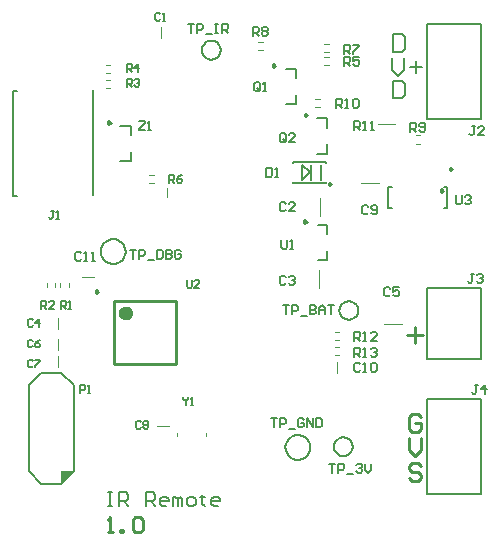
<source format=gto>
G04*
G04 #@! TF.GenerationSoftware,Altium Limited,Altium Designer,21.6.1 (37)*
G04*
G04 Layer_Color=65535*
%FSLAX25Y25*%
%MOIN*%
G70*
G04*
G04 #@! TF.SameCoordinates,5EA0F2DE-1706-4193-BDFD-DA62A5601E92*
G04*
G04*
G04 #@! TF.FilePolarity,Positive*
G04*
G01*
G75*
%ADD10C,0.00984*%
%ADD11C,0.00500*%
%ADD12C,0.00800*%
%ADD13C,0.02362*%
%ADD14C,0.00591*%
%ADD15C,0.00787*%
%ADD16C,0.00394*%
%ADD17C,0.00787*%
%ADD18C,0.01000*%
G36*
X-58905Y-72345D02*
X-58905Y-68144D01*
X-54705Y-68144D01*
X-58905Y-72345D01*
X-58905Y-72345D02*
G37*
D10*
X71332Y32549D02*
X70594Y32975D01*
X70594Y32123D01*
X71332Y32549D01*
X68486Y25397D02*
X67748Y25823D01*
X67748Y24971D01*
X68486Y25397D01*
X-42437Y48000D02*
X-43175Y48426D01*
X-43175Y47574D01*
X-42437Y48000D01*
X12392Y67000D02*
X11654Y67426D01*
X11654Y66574D01*
X12392Y67000D01*
X22892Y15000D02*
X22154Y15426D01*
X22154Y14574D01*
X22892Y15000D01*
X30985Y27500D02*
X30247Y27926D01*
X30247Y27074D01*
X30985Y27500D01*
X23063Y50500D02*
X22325Y50926D01*
X22325Y50074D01*
X23063Y50500D01*
X-46584Y-8352D02*
X-47323Y-7926D01*
X-47323Y-8779D01*
X-46584Y-8352D01*
D11*
X-5750Y72200D02*
X-5904Y73173D01*
X-6352Y74051D01*
X-7049Y74748D01*
X-7927Y75195D01*
X-8900Y75350D01*
X-9873Y75195D01*
X-10751Y74748D01*
X-11448Y74051D01*
X-11896Y73173D01*
X-12050Y72200D01*
X-11896Y71227D01*
X-11448Y70349D01*
X-10751Y69652D01*
X-9873Y69204D01*
X-8900Y69050D01*
X-7927Y69204D01*
X-7049Y69652D01*
X-6352Y70349D01*
X-5904Y71227D01*
X-5750Y72200D01*
X38250Y-60000D02*
X38096Y-59027D01*
X37648Y-58149D01*
X36951Y-57452D01*
X36073Y-57004D01*
X35100Y-56850D01*
X34127Y-57004D01*
X33249Y-57452D01*
X32552Y-58149D01*
X32105Y-59027D01*
X31950Y-60000D01*
X32105Y-60973D01*
X32552Y-61851D01*
X33249Y-62548D01*
X34127Y-62995D01*
X35100Y-63150D01*
X36073Y-62995D01*
X36951Y-62548D01*
X37648Y-61851D01*
X38096Y-60973D01*
X38250Y-60000D01*
X40150Y-14600D02*
X39996Y-13627D01*
X39548Y-12749D01*
X38851Y-12052D01*
X37973Y-11604D01*
X37000Y-11450D01*
X36027Y-11604D01*
X35149Y-12052D01*
X34452Y-12749D01*
X34005Y-13627D01*
X33850Y-14600D01*
X34005Y-15573D01*
X34452Y-16451D01*
X35149Y-17148D01*
X36027Y-17595D01*
X37000Y-17750D01*
X37973Y-17595D01*
X38851Y-17148D01*
X39548Y-16451D01*
X39996Y-15573D01*
X40150Y-14600D01*
X-58905Y-72345D02*
X-54705Y-68145D01*
X-69665Y-68145D02*
X-69665Y-39538D01*
X-65465Y-72345D02*
X-58905Y-72345D01*
X-69665Y-68145D02*
X-65465Y-72345D01*
X-69665Y-39537D02*
X-65465Y-35337D01*
X-58905Y-35337D02*
X-54705Y-39537D01*
X-65465Y-35337D02*
X-58905Y-35337D01*
X-54705Y-68144D02*
X-54705Y-39537D01*
X-48164Y23827D02*
X-48164Y59063D01*
X24500Y29000D02*
X24500Y34000D01*
X21500Y29000D02*
X24000Y31500D01*
X21500Y34000D02*
X24000Y31500D01*
X21500Y29000D02*
X21500Y34000D01*
X27675Y29000D02*
X27675Y34000D01*
X29475Y28000D02*
X29475Y28300D01*
X18475Y28000D02*
X18475Y28300D01*
X18475Y28000D02*
X29475Y28000D01*
X18475Y35000D02*
X29475Y35000D01*
X29475Y34700D02*
X29475Y35000D01*
X18475Y34700D02*
X18475Y35000D01*
X72701Y23900D02*
X72701Y21400D01*
X73201Y20900D01*
X74200Y20900D01*
X74700Y21400D01*
X74700Y23900D01*
X75700Y23400D02*
X76200Y23900D01*
X77199Y23900D01*
X77699Y23400D01*
X77699Y22900D01*
X77199Y22400D01*
X76700Y22400D01*
X77199Y22400D01*
X77699Y21900D01*
X77699Y21400D01*
X77199Y20900D01*
X76200Y20900D01*
X75700Y21400D01*
X-52250Y4500D02*
X-52749Y5000D01*
X-53749Y5000D01*
X-54249Y4500D01*
X-54249Y2500D01*
X-53749Y2001D01*
X-52749Y2001D01*
X-52250Y2500D01*
X-51250Y2001D02*
X-50250Y2001D01*
X-50750Y2001D01*
X-50750Y5000D01*
X-51250Y4500D01*
X-48751Y2001D02*
X-47751Y2001D01*
X-48251Y2001D01*
X-48251Y5000D01*
X-48751Y4500D01*
X-16648Y80949D02*
X-14649Y80949D01*
X-15648Y80949D01*
X-15648Y77950D01*
X-13649Y77950D02*
X-13649Y80949D01*
X-12149Y80949D01*
X-11649Y80450D01*
X-11649Y79450D01*
X-12149Y78950D01*
X-13649Y78950D01*
X-10650Y77451D02*
X-8650Y77451D01*
X-7651Y80949D02*
X-6651Y80949D01*
X-7151Y80949D01*
X-7151Y77950D01*
X-7651Y77950D01*
X-6651Y77950D01*
X-5152Y77950D02*
X-5152Y80949D01*
X-3652Y80949D01*
X-3152Y80450D01*
X-3152Y79450D01*
X-3652Y78950D01*
X-5152Y78950D01*
X-4152Y78950D02*
X-3152Y77950D01*
X-32999Y48500D02*
X-31000Y48500D01*
X-31000Y48000D01*
X-32999Y46000D01*
X-32999Y45500D01*
X-31000Y45500D01*
X-30000Y45500D02*
X-29001Y45500D01*
X-29500Y45500D01*
X-29500Y48500D01*
X-30000Y48000D01*
X-52500Y-42000D02*
X-52500Y-39501D01*
X-51250Y-39501D01*
X-50834Y-39917D01*
X-50834Y-40750D01*
X-51250Y-41167D01*
X-52500Y-41167D01*
X-50001Y-42000D02*
X-49168Y-42000D01*
X-49584Y-42000D01*
X-49584Y-39501D01*
X-50001Y-39917D01*
X-61334Y18562D02*
X-62167Y18562D01*
X-61750Y18562D01*
X-61750Y16479D01*
X-62167Y16063D01*
X-62584Y16063D01*
X-63000Y16479D01*
X-60501Y16063D02*
X-59668Y16063D01*
X-60084Y16063D01*
X-60084Y18562D01*
X-60501Y18146D01*
X80000Y-39401D02*
X79001Y-39401D01*
X79500Y-39401D01*
X79500Y-41900D01*
X79001Y-42399D01*
X78501Y-42399D01*
X78001Y-41900D01*
X82499Y-42399D02*
X82499Y-39401D01*
X81000Y-40900D01*
X82999Y-40900D01*
X40751Y-32500D02*
X40251Y-32000D01*
X39251Y-32000D01*
X38751Y-32500D01*
X38751Y-34500D01*
X39251Y-34999D01*
X40251Y-34999D01*
X40751Y-34500D01*
X41750Y-34999D02*
X42750Y-34999D01*
X42250Y-34999D01*
X42250Y-32000D01*
X41750Y-32500D01*
X44249Y-32500D02*
X44749Y-32000D01*
X45749Y-32000D01*
X46249Y-32500D01*
X46249Y-34500D01*
X45749Y-34999D01*
X44749Y-34999D01*
X44249Y-34500D01*
X44249Y-32500D01*
X38751Y45500D02*
X38751Y48500D01*
X40251Y48500D01*
X40750Y48000D01*
X40750Y47000D01*
X40251Y46500D01*
X38751Y46500D01*
X39751Y46500D02*
X40750Y45500D01*
X41750Y45500D02*
X42750Y45500D01*
X42250Y45500D01*
X42250Y48500D01*
X41750Y48000D01*
X44249Y45500D02*
X45249Y45500D01*
X44749Y45500D01*
X44749Y48500D01*
X44249Y48000D01*
X32751Y53000D02*
X32751Y55999D01*
X34251Y55999D01*
X34751Y55500D01*
X34751Y54500D01*
X34251Y54000D01*
X32751Y54000D01*
X33751Y54000D02*
X34751Y53000D01*
X35750Y53000D02*
X36750Y53000D01*
X36250Y53000D01*
X36250Y55999D01*
X35750Y55500D01*
X38249Y55500D02*
X38749Y55999D01*
X39749Y55999D01*
X40249Y55500D01*
X40249Y53500D01*
X39749Y53000D01*
X38749Y53000D01*
X38249Y53500D01*
X38249Y55500D01*
X16000Y42000D02*
X16000Y44000D01*
X15500Y44499D01*
X14501Y44499D01*
X14001Y44000D01*
X14001Y42000D01*
X14501Y41500D01*
X15500Y41500D01*
X15000Y42500D02*
X16000Y41500D01*
X15500Y41500D02*
X16000Y42000D01*
X18999Y41500D02*
X17000Y41500D01*
X18999Y43500D01*
X18999Y44000D01*
X18499Y44499D01*
X17500Y44499D01*
X17000Y44000D01*
X9457Y33000D02*
X9457Y30000D01*
X10957Y30000D01*
X11457Y30500D01*
X11457Y32500D01*
X10957Y33000D01*
X9457Y33000D01*
X12456Y30000D02*
X13456Y30000D01*
X12956Y30000D01*
X12956Y33000D01*
X12456Y32500D01*
X43500Y20000D02*
X43000Y20500D01*
X42001Y20500D01*
X41501Y20000D01*
X41501Y18000D01*
X42001Y17501D01*
X43000Y17501D01*
X43500Y18000D01*
X44500Y18000D02*
X45000Y17501D01*
X45999Y17501D01*
X46499Y18000D01*
X46499Y20000D01*
X45999Y20500D01*
X45000Y20500D01*
X44500Y20000D01*
X44500Y19500D01*
X45000Y19000D01*
X46499Y19000D01*
X79100Y46799D02*
X78101Y46799D01*
X78600Y46799D01*
X78600Y44300D01*
X78101Y43801D01*
X77601Y43801D01*
X77101Y44300D01*
X82099Y43801D02*
X80100Y43801D01*
X82099Y45800D01*
X82099Y46300D01*
X81599Y46799D01*
X80600Y46799D01*
X80100Y46300D01*
X57401Y45000D02*
X57401Y48000D01*
X58900Y48000D01*
X59400Y47500D01*
X59400Y46500D01*
X58900Y46000D01*
X57401Y46000D01*
X58400Y46000D02*
X59400Y45000D01*
X60400Y45500D02*
X60900Y45000D01*
X61899Y45000D01*
X62399Y45500D01*
X62399Y47500D01*
X61899Y48000D01*
X60900Y48000D01*
X60400Y47500D01*
X60400Y47000D01*
X60900Y46500D01*
X62399Y46500D01*
X78600Y-2300D02*
X77601Y-2300D01*
X78100Y-2300D01*
X78100Y-4800D01*
X77601Y-5300D01*
X77101Y-5300D01*
X76601Y-4800D01*
X79600Y-2800D02*
X80100Y-2300D01*
X81099Y-2300D01*
X81599Y-2800D01*
X81599Y-3300D01*
X81099Y-3800D01*
X80599Y-3800D01*
X81099Y-3800D01*
X81599Y-4300D01*
X81599Y-4800D01*
X81099Y-5300D01*
X80100Y-5300D01*
X79600Y-4800D01*
X50799Y-7301D02*
X50300Y-6801D01*
X49300Y-6801D01*
X48800Y-7301D01*
X48800Y-9300D01*
X49300Y-9800D01*
X50300Y-9800D01*
X50799Y-9300D01*
X53798Y-6801D02*
X51799Y-6801D01*
X51799Y-8301D01*
X52799Y-7801D01*
X53299Y-7801D01*
X53798Y-8301D01*
X53798Y-9300D01*
X53299Y-9800D01*
X52299Y-9800D01*
X51799Y-9300D01*
X11003Y-50451D02*
X13002Y-50451D01*
X12002Y-50451D01*
X12002Y-53450D01*
X14002Y-53450D02*
X14002Y-50451D01*
X15501Y-50451D01*
X16001Y-50950D01*
X16001Y-51950D01*
X15501Y-52450D01*
X14002Y-52450D01*
X17001Y-53949D02*
X19000Y-53949D01*
X21999Y-50950D02*
X21499Y-50451D01*
X20500Y-50451D01*
X20000Y-50950D01*
X20000Y-52950D01*
X20500Y-53450D01*
X21499Y-53450D01*
X21999Y-52950D01*
X21999Y-51950D01*
X21000Y-51950D01*
X22999Y-53450D02*
X22999Y-50451D01*
X24998Y-53450D01*
X24998Y-50451D01*
X25998Y-50451D02*
X25998Y-53450D01*
X27497Y-53450D01*
X27997Y-52950D01*
X27997Y-50950D01*
X27497Y-50451D01*
X25998Y-50451D01*
X15003Y-12851D02*
X17002Y-12851D01*
X16002Y-12851D01*
X16002Y-15850D01*
X18002Y-15850D02*
X18002Y-12851D01*
X19501Y-12851D01*
X20001Y-13350D01*
X20001Y-14350D01*
X19501Y-14850D01*
X18002Y-14850D01*
X21001Y-16349D02*
X23000Y-16349D01*
X24000Y-12851D02*
X24000Y-15850D01*
X25499Y-15850D01*
X25999Y-15350D01*
X25999Y-14850D01*
X25499Y-14350D01*
X24000Y-14350D01*
X25499Y-14350D01*
X25999Y-13850D01*
X25999Y-13350D01*
X25499Y-12851D01*
X24000Y-12851D01*
X26999Y-15850D02*
X26999Y-13850D01*
X27999Y-12851D01*
X28998Y-13850D01*
X28998Y-15850D01*
X28998Y-14350D01*
X26999Y-14350D01*
X29998Y-12851D02*
X31997Y-12851D01*
X30998Y-12851D01*
X30998Y-15850D01*
X30502Y-65751D02*
X32502Y-65751D01*
X31502Y-65751D01*
X31502Y-68750D01*
X33501Y-68750D02*
X33501Y-65751D01*
X35001Y-65751D01*
X35501Y-66250D01*
X35501Y-67250D01*
X35001Y-67750D01*
X33501Y-67750D01*
X36500Y-69249D02*
X38500Y-69249D01*
X39499Y-66250D02*
X39999Y-65751D01*
X40999Y-65751D01*
X41499Y-66250D01*
X41499Y-66750D01*
X40999Y-67250D01*
X40499Y-67250D01*
X40999Y-67250D01*
X41499Y-67750D01*
X41499Y-68250D01*
X40999Y-68750D01*
X39999Y-68750D01*
X39499Y-68250D01*
X42498Y-65751D02*
X42498Y-67750D01*
X43498Y-68750D01*
X44498Y-67750D01*
X44498Y-65751D01*
X-36001Y5725D02*
X-34002Y5725D01*
X-35002Y5725D01*
X-35002Y2726D01*
X-33002Y2726D02*
X-33002Y5725D01*
X-31503Y5725D01*
X-31003Y5226D01*
X-31003Y4226D01*
X-31503Y3726D01*
X-33002Y3726D01*
X-30003Y2227D02*
X-28004Y2227D01*
X-27004Y5725D02*
X-27004Y2726D01*
X-25505Y2726D01*
X-25005Y3226D01*
X-25005Y5226D01*
X-25505Y5725D01*
X-27004Y5725D01*
X-24005Y5725D02*
X-24005Y2726D01*
X-22506Y2726D01*
X-22006Y3226D01*
X-22006Y3726D01*
X-22506Y4226D01*
X-24005Y4226D01*
X-22506Y4226D01*
X-22006Y4726D01*
X-22006Y5226D01*
X-22506Y5725D01*
X-24005Y5725D01*
X-19007Y5226D02*
X-19507Y5725D01*
X-20506Y5725D01*
X-21006Y5226D01*
X-21006Y3226D01*
X-20506Y2726D01*
X-19507Y2726D01*
X-19007Y3226D01*
X-19007Y4226D01*
X-20006Y4226D01*
X38829Y-29973D02*
X38829Y-26974D01*
X40328Y-26974D01*
X40828Y-27474D01*
X40828Y-28474D01*
X40328Y-28974D01*
X38829Y-28974D01*
X39829Y-28974D02*
X40828Y-29973D01*
X41828Y-29973D02*
X42828Y-29973D01*
X42328Y-29973D01*
X42328Y-26974D01*
X41828Y-27474D01*
X44327Y-27474D02*
X44827Y-26974D01*
X45827Y-26974D01*
X46326Y-27474D01*
X46326Y-27974D01*
X45827Y-28474D01*
X45327Y-28474D01*
X45827Y-28474D01*
X46326Y-28974D01*
X46326Y-29473D01*
X45827Y-29973D01*
X44827Y-29973D01*
X44327Y-29473D01*
X38759Y-24733D02*
X38759Y-21734D01*
X40259Y-21734D01*
X40759Y-22234D01*
X40759Y-23234D01*
X40259Y-23733D01*
X38759Y-23733D01*
X39759Y-23733D02*
X40759Y-24733D01*
X41759Y-24733D02*
X42758Y-24733D01*
X42258Y-24733D01*
X42258Y-21734D01*
X41759Y-22234D01*
X46257Y-24733D02*
X44258Y-24733D01*
X46257Y-22734D01*
X46257Y-22234D01*
X45757Y-21734D01*
X44758Y-21734D01*
X44258Y-22234D01*
X35501Y67001D02*
X35501Y69999D01*
X37000Y69999D01*
X37500Y69500D01*
X37500Y68500D01*
X37000Y68000D01*
X35501Y68000D01*
X36500Y68000D02*
X37500Y67001D01*
X40499Y69999D02*
X38500Y69999D01*
X38500Y68500D01*
X39500Y69000D01*
X39999Y69000D01*
X40499Y68500D01*
X40499Y67500D01*
X39999Y67001D01*
X39000Y67001D01*
X38500Y67500D01*
X14501Y8999D02*
X14501Y6500D01*
X15000Y6001D01*
X16000Y6001D01*
X16500Y6500D01*
X16500Y8999D01*
X17500Y6001D02*
X18499Y6001D01*
X18000Y6001D01*
X18000Y8999D01*
X17500Y8500D01*
X16000Y-3500D02*
X15500Y-3001D01*
X14501Y-3001D01*
X14001Y-3500D01*
X14001Y-5500D01*
X14501Y-5999D01*
X15500Y-5999D01*
X16000Y-5500D01*
X17000Y-3500D02*
X17500Y-3001D01*
X18499Y-3001D01*
X18999Y-3500D01*
X18999Y-4000D01*
X18499Y-4500D01*
X18000Y-4500D01*
X18499Y-4500D01*
X18999Y-5000D01*
X18999Y-5500D01*
X18499Y-5999D01*
X17500Y-5999D01*
X17000Y-5500D01*
X16000Y21000D02*
X15500Y21499D01*
X14501Y21499D01*
X14001Y21000D01*
X14001Y19000D01*
X14501Y18500D01*
X15500Y18500D01*
X16000Y19000D01*
X18999Y18500D02*
X17000Y18500D01*
X18999Y20500D01*
X18999Y21000D01*
X18499Y21499D01*
X17500Y21499D01*
X17000Y21000D01*
X5001Y77000D02*
X5001Y80000D01*
X6500Y80000D01*
X7000Y79500D01*
X7000Y78500D01*
X6500Y78000D01*
X5001Y78000D01*
X6001Y78000D02*
X7000Y77000D01*
X8000Y79500D02*
X8500Y80000D01*
X9499Y80000D01*
X9999Y79500D01*
X9999Y79000D01*
X9499Y78500D01*
X9999Y78000D01*
X9999Y77500D01*
X9499Y77000D01*
X8500Y77000D01*
X8000Y77500D01*
X8000Y78000D01*
X8500Y78500D01*
X8000Y79000D01*
X8000Y79500D01*
X8500Y78500D02*
X9499Y78500D01*
X35501Y71000D02*
X35501Y74000D01*
X37000Y74000D01*
X37500Y73500D01*
X37500Y72500D01*
X37000Y72000D01*
X35501Y72000D01*
X36500Y72000D02*
X37500Y71000D01*
X38500Y74000D02*
X40499Y74000D01*
X40499Y73500D01*
X38500Y71500D01*
X38500Y71000D01*
X7500Y59000D02*
X7500Y61000D01*
X7000Y61500D01*
X6001Y61500D01*
X5501Y61000D01*
X5501Y59000D01*
X6001Y58500D01*
X7000Y58500D01*
X6500Y59500D02*
X7500Y58500D01*
X7000Y58500D02*
X7500Y59000D01*
X8500Y58500D02*
X9499Y58500D01*
X8999Y58500D01*
X8999Y61500D01*
X8500Y61000D01*
X-25834Y84083D02*
X-26250Y84499D01*
X-27084Y84499D01*
X-27500Y84083D01*
X-27500Y82416D01*
X-27084Y82000D01*
X-26250Y82000D01*
X-25834Y82416D01*
X-25001Y82000D02*
X-24168Y82000D01*
X-24584Y82000D01*
X-24584Y84499D01*
X-25001Y84083D01*
X-32334Y-51917D02*
X-32750Y-51501D01*
X-33584Y-51501D01*
X-34000Y-51917D01*
X-34000Y-53584D01*
X-33584Y-54000D01*
X-32750Y-54000D01*
X-32334Y-53584D01*
X-31501Y-51917D02*
X-31084Y-51501D01*
X-30251Y-51501D01*
X-29835Y-51917D01*
X-29835Y-52334D01*
X-30251Y-52750D01*
X-29835Y-53167D01*
X-29835Y-53584D01*
X-30251Y-54000D01*
X-31084Y-54000D01*
X-31501Y-53584D01*
X-31501Y-53167D01*
X-31084Y-52750D01*
X-31501Y-52334D01*
X-31501Y-51917D01*
X-31084Y-52750D02*
X-30251Y-52750D01*
X-37000Y65000D02*
X-37000Y67499D01*
X-35750Y67499D01*
X-35334Y67083D01*
X-35334Y66250D01*
X-35750Y65833D01*
X-37000Y65833D01*
X-36167Y65833D02*
X-35334Y65000D01*
X-33251Y65000D02*
X-33251Y67499D01*
X-34501Y66250D01*
X-32835Y66250D01*
X-37000Y60000D02*
X-37000Y62499D01*
X-35750Y62499D01*
X-35334Y62083D01*
X-35334Y61250D01*
X-35750Y60833D01*
X-37000Y60833D01*
X-36167Y60833D02*
X-35334Y60000D01*
X-34501Y62083D02*
X-34084Y62499D01*
X-33251Y62499D01*
X-32835Y62083D01*
X-32835Y61666D01*
X-33251Y61250D01*
X-33668Y61250D01*
X-33251Y61250D01*
X-32835Y60833D01*
X-32835Y60417D01*
X-33251Y60000D01*
X-34084Y60000D01*
X-34501Y60417D01*
X-68399Y-24732D02*
X-68815Y-24316D01*
X-69649Y-24316D01*
X-70065Y-24732D01*
X-70065Y-26398D01*
X-69649Y-26815D01*
X-68815Y-26815D01*
X-68399Y-26398D01*
X-65900Y-24316D02*
X-66733Y-24732D01*
X-67566Y-25565D01*
X-67566Y-26398D01*
X-67149Y-26815D01*
X-66316Y-26815D01*
X-65900Y-26398D01*
X-65900Y-25982D01*
X-66316Y-25565D01*
X-67566Y-25565D01*
X-17000Y-4501D02*
X-17000Y-6583D01*
X-16583Y-7000D01*
X-15750Y-7000D01*
X-15334Y-6583D01*
X-15334Y-4501D01*
X-12835Y-7000D02*
X-14501Y-7000D01*
X-12835Y-5334D01*
X-12835Y-4917D01*
X-13251Y-4501D01*
X-14084Y-4501D01*
X-14501Y-4917D01*
X-18285Y-43566D02*
X-18285Y-43982D01*
X-17452Y-44815D01*
X-16619Y-43982D01*
X-16619Y-43566D01*
X-17452Y-44815D02*
X-17452Y-46065D01*
X-15786Y-46065D02*
X-14953Y-46065D01*
X-15369Y-46065D01*
X-15369Y-43566D01*
X-15786Y-43982D01*
X-59000Y-14000D02*
X-59000Y-11501D01*
X-57750Y-11501D01*
X-57334Y-11917D01*
X-57334Y-12750D01*
X-57750Y-13167D01*
X-59000Y-13167D01*
X-58167Y-13167D02*
X-57334Y-14000D01*
X-56501Y-14000D02*
X-55668Y-14000D01*
X-56084Y-14000D01*
X-56084Y-11501D01*
X-56501Y-11917D01*
X-65500Y-14000D02*
X-65500Y-11501D01*
X-64250Y-11501D01*
X-63834Y-11917D01*
X-63834Y-12750D01*
X-64250Y-13167D01*
X-65500Y-13167D01*
X-64667Y-13167D02*
X-63834Y-14000D01*
X-61335Y-14000D02*
X-63001Y-14000D01*
X-61335Y-12334D01*
X-61335Y-11917D01*
X-61751Y-11501D01*
X-62584Y-11501D01*
X-63001Y-11917D01*
X-68334Y-17917D02*
X-68750Y-17501D01*
X-69583Y-17501D01*
X-70000Y-17917D01*
X-70000Y-19583D01*
X-69583Y-20000D01*
X-68750Y-20000D01*
X-68334Y-19583D01*
X-66251Y-20000D02*
X-66251Y-17501D01*
X-67501Y-18750D01*
X-65835Y-18750D01*
X-68334Y-31417D02*
X-68750Y-31001D01*
X-69583Y-31001D01*
X-70000Y-31417D01*
X-70000Y-33084D01*
X-69583Y-33500D01*
X-68750Y-33500D01*
X-68334Y-33084D01*
X-67501Y-31001D02*
X-65835Y-31001D01*
X-65835Y-31417D01*
X-67501Y-33084D01*
X-67501Y-33500D01*
X-22800Y28000D02*
X-22800Y30499D01*
X-21550Y30499D01*
X-21134Y30083D01*
X-21134Y29250D01*
X-21550Y28833D01*
X-22800Y28833D01*
X-21967Y28833D02*
X-21134Y28000D01*
X-18635Y30499D02*
X-19468Y30083D01*
X-20301Y29250D01*
X-20301Y28416D01*
X-19884Y28000D01*
X-19051Y28000D01*
X-18635Y28416D01*
X-18635Y28833D01*
X-19051Y29250D01*
X-20301Y29250D01*
D12*
X24134Y-60200D02*
X24014Y-59211D01*
X23660Y-58279D01*
X23094Y-57459D01*
X22348Y-56798D01*
X21466Y-56335D01*
X20498Y-56096D01*
X19502Y-56096D01*
X18534Y-56335D01*
X17652Y-56798D01*
X16906Y-57459D01*
X16340Y-58279D01*
X15986Y-59211D01*
X15866Y-60200D01*
X15986Y-61189D01*
X16340Y-62121D01*
X16906Y-62941D01*
X17652Y-63602D01*
X18534Y-64065D01*
X19502Y-64304D01*
X20498Y-64304D01*
X21466Y-64065D01*
X22348Y-63602D01*
X23094Y-62941D01*
X23660Y-62121D01*
X24014Y-61189D01*
X24134Y-60200D01*
X-37366Y5000D02*
X-37486Y5989D01*
X-37840Y6921D01*
X-38406Y7741D01*
X-39152Y8402D01*
X-40034Y8865D01*
X-41002Y9104D01*
X-41998Y9104D01*
X-42966Y8865D01*
X-43848Y8402D01*
X-44594Y7741D01*
X-45160Y6921D01*
X-45514Y5989D01*
X-45634Y5000D01*
X-45514Y4011D01*
X-45160Y3079D01*
X-44594Y2259D01*
X-43848Y1598D01*
X-42966Y1135D01*
X-41998Y896D01*
X-41002Y896D01*
X-40034Y1135D01*
X-39152Y1598D01*
X-38406Y2259D01*
X-37840Y3079D01*
X-37486Y4011D01*
X-37366Y5000D01*
X-43307Y-75226D02*
X-41808Y-75226D01*
X-42557Y-75226D01*
X-42557Y-79724D01*
X-43307Y-79724D01*
X-41808Y-79724D01*
X-39558Y-79724D02*
X-39558Y-75226D01*
X-37309Y-75226D01*
X-36559Y-75976D01*
X-36559Y-77475D01*
X-37309Y-78225D01*
X-39558Y-78225D01*
X-38059Y-78225D02*
X-36559Y-79724D01*
X-30561Y-79724D02*
X-30561Y-75226D01*
X-28312Y-75226D01*
X-27562Y-75976D01*
X-27562Y-77475D01*
X-28312Y-78225D01*
X-30561Y-78225D01*
X-29062Y-78225D02*
X-27562Y-79724D01*
X-23813Y-79724D02*
X-25313Y-79724D01*
X-26063Y-78975D01*
X-26063Y-77475D01*
X-25313Y-76725D01*
X-23813Y-76725D01*
X-23064Y-77475D01*
X-23064Y-78225D01*
X-26063Y-78225D01*
X-21564Y-79724D02*
X-21564Y-76725D01*
X-20814Y-76725D01*
X-20065Y-77475D01*
X-20065Y-79724D01*
X-20065Y-77475D01*
X-19315Y-76725D01*
X-18565Y-77475D01*
X-18565Y-79724D01*
X-16316Y-79724D02*
X-14816Y-79724D01*
X-14066Y-78975D01*
X-14066Y-77475D01*
X-14816Y-76725D01*
X-16316Y-76725D01*
X-17065Y-77475D01*
X-17065Y-78975D01*
X-16316Y-79724D01*
X-11817Y-75976D02*
X-11817Y-76725D01*
X-12567Y-76725D01*
X-11067Y-76725D01*
X-11817Y-76725D01*
X-11817Y-78975D01*
X-11067Y-79724D01*
X-6569Y-79724D02*
X-8068Y-79724D01*
X-8818Y-78975D01*
X-8818Y-77475D01*
X-8068Y-76725D01*
X-6569Y-76725D01*
X-5819Y-77475D01*
X-5819Y-78225D01*
X-8818Y-78225D01*
D13*
X-36250Y-15439D02*
X-36695Y-14516D01*
X-37694Y-14288D01*
X-38495Y-14927D01*
X-38495Y-15951D01*
X-37694Y-16590D01*
X-36695Y-16362D01*
X-36250Y-15439D01*
D14*
X69836Y19557D02*
X69836Y26643D01*
X50151Y19557D02*
X50151Y26643D01*
X68655Y19557D02*
X69836Y19557D01*
X68655Y26643D02*
X69836Y26643D01*
X50151Y19557D02*
X51332Y19557D01*
X50151Y26643D02*
X51332Y26643D01*
D15*
X-39287Y46905D02*
X-35744Y46905D01*
X-35744Y43756D02*
X-35744Y46905D01*
X-39287Y35094D02*
X-35744Y35094D01*
X-35744Y38244D01*
X62913Y-7252D02*
X81024Y-7252D01*
X62913Y-30874D02*
X62913Y-7252D01*
X62913Y-30874D02*
X81024Y-30874D01*
X81024Y-7252D01*
X81024Y49252D02*
X81024Y80748D01*
X62913Y49252D02*
X81024Y49252D01*
X62913Y49252D02*
X62913Y80748D01*
X81024Y80748D01*
X62913Y-44252D02*
X81024Y-44252D01*
X62913Y-75748D02*
X62913Y-44252D01*
X62913Y-75748D02*
X81024Y-75748D01*
X81024Y-44252D01*
X19256Y54094D02*
X19256Y57244D01*
X16106Y54094D02*
X19256Y54094D01*
X19256Y62756D02*
X19256Y65905D01*
X16106Y65905D02*
X19256Y65905D01*
X29756Y2094D02*
X29756Y5244D01*
X26606Y2094D02*
X29756Y2094D01*
X29756Y10756D02*
X29756Y13905D01*
X26606Y13905D02*
X29756Y13905D01*
X29756Y37595D02*
X29756Y40744D01*
X26213Y37595D02*
X29756Y37595D01*
X29756Y46256D02*
X29756Y49406D01*
X26213Y49406D02*
X29756Y49406D01*
X51787Y77591D02*
X51787Y71687D01*
X54739Y71687D01*
X55723Y72671D01*
X55723Y76607D01*
X54739Y77591D01*
X51787Y77591D01*
X51687Y61991D02*
X51687Y56087D01*
X54639Y56087D01*
X55623Y57071D01*
X55623Y61007D01*
X54639Y61991D01*
X51687Y61991D01*
X51387Y69591D02*
X51387Y65655D01*
X53355Y63687D01*
X55323Y65655D01*
X55323Y69591D01*
X57291Y66639D02*
X61227Y66639D01*
X59259Y68607D02*
X59259Y64671D01*
D16*
X-51900Y-3500D02*
X-48100Y-3500D01*
X33000Y-35400D02*
X33000Y-31600D01*
X25713Y53122D02*
X27287Y53122D01*
X25713Y55878D02*
X27287Y55878D01*
X59213Y41022D02*
X60787Y41022D01*
X59213Y43778D02*
X60787Y43778D01*
X46547Y47500D02*
X52453Y47500D01*
X41047Y28000D02*
X46953Y28000D01*
X32213Y-29378D02*
X33787Y-29378D01*
X32213Y-26622D02*
X33787Y-26622D01*
X48747Y-19000D02*
X54653Y-19000D01*
X32213Y-24378D02*
X33787Y-24378D01*
X32213Y-21622D02*
X33787Y-21622D01*
X27000Y-6953D02*
X27000Y-1047D01*
X27500Y17047D02*
X27500Y22953D01*
X6713Y74878D02*
X8287Y74878D01*
X6713Y72122D02*
X8287Y72122D01*
X28713Y67122D02*
X30287Y67122D01*
X28713Y69878D02*
X30287Y69878D01*
X28713Y74378D02*
X30287Y74378D01*
X28713Y71622D02*
X30287Y71622D01*
X-44094Y62402D02*
X-42520Y62402D01*
X-44094Y59646D02*
X-42520Y59646D01*
X-44094Y64567D02*
X-42520Y64567D01*
X-44094Y67323D02*
X-42520Y67323D01*
X-20421Y-56492D02*
X-20421Y-55311D01*
X-10579Y-56590D02*
X-10579Y-55409D01*
X-26900Y-53000D02*
X-23100Y-53000D01*
X-23500Y26350D02*
X-23500Y23200D01*
X-60000Y-20900D02*
X-60000Y-17100D01*
X-59163Y-6853D02*
X-59163Y-5278D01*
X-56407Y-6853D02*
X-56407Y-5278D01*
X-63563Y-6853D02*
X-63563Y-5278D01*
X-60807Y-6853D02*
X-60807Y-5278D01*
X-29487Y27822D02*
X-27913Y27822D01*
X-29487Y30578D02*
X-27913Y30578D01*
X-60000Y-33400D02*
X-60000Y-29600D01*
X-25500Y76100D02*
X-25500Y79900D01*
X-60000Y-27900D02*
X-60000Y-24100D01*
D17*
X-74933Y23445D02*
X-73555Y23445D01*
X-74933Y23445D02*
X-74933Y58681D01*
X-73554Y58681D01*
D18*
X-41368Y-32368D02*
X-41368Y-11502D01*
X-20502Y-32368D02*
X-20502Y-11502D01*
X-41368Y-11502D02*
X-20502Y-11502D01*
X-41368Y-32368D02*
X-20502Y-32368D01*
X60936Y-66580D02*
X59952Y-65596D01*
X57984Y-65596D01*
X57000Y-66580D01*
X57000Y-67564D01*
X57984Y-68548D01*
X59952Y-68548D01*
X60936Y-69532D01*
X60936Y-70516D01*
X59952Y-71500D01*
X57984Y-71500D01*
X57000Y-70516D01*
X57000Y-57096D02*
X57000Y-61032D01*
X58968Y-63000D01*
X60936Y-61032D01*
X60936Y-57096D01*
X56400Y-22864D02*
X61648Y-22864D01*
X59024Y-20240D02*
X59024Y-25488D01*
X60936Y-50080D02*
X59952Y-49096D01*
X57984Y-49096D01*
X57000Y-50080D01*
X57000Y-54016D01*
X57984Y-55000D01*
X59952Y-55000D01*
X60936Y-54016D01*
X60936Y-52048D01*
X58968Y-52048D01*
X-43307Y-88583D02*
X-41641Y-88583D01*
X-42474Y-88583D01*
X-42474Y-83584D01*
X-43307Y-84417D01*
X-39142Y-88583D02*
X-39142Y-87750D01*
X-38309Y-87750D01*
X-38309Y-88583D01*
X-39142Y-88583D01*
X-34976Y-84417D02*
X-34143Y-83584D01*
X-32477Y-83584D01*
X-31644Y-84417D01*
X-31644Y-87750D01*
X-32477Y-88583D01*
X-34143Y-88583D01*
X-34976Y-87750D01*
X-34976Y-84417D01*
M02*

</source>
